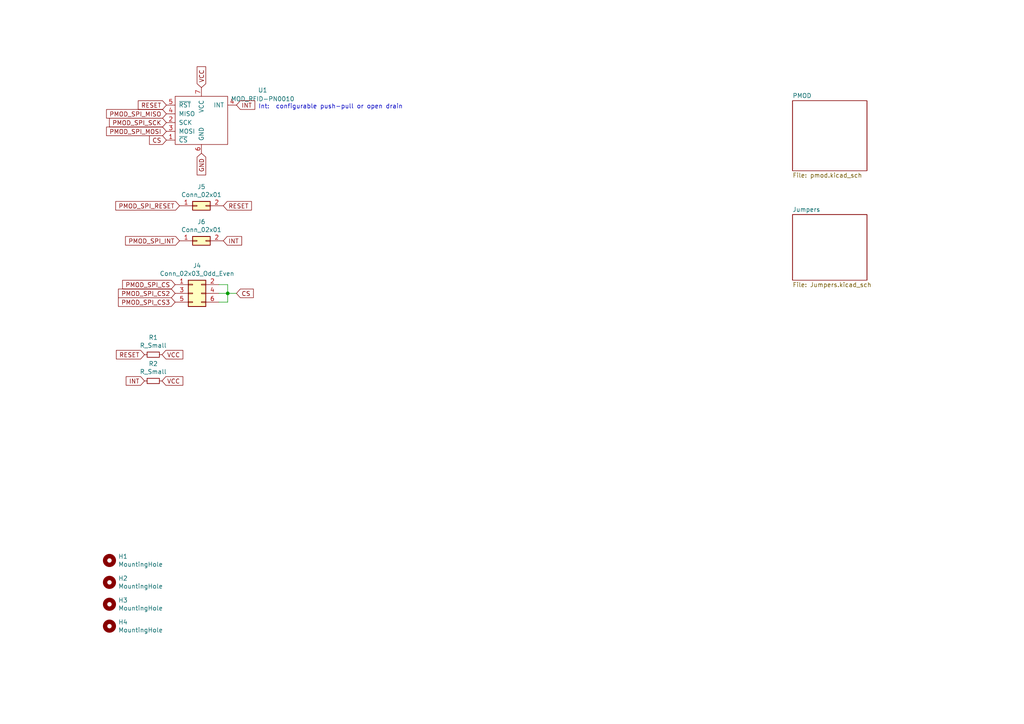
<source format=kicad_sch>
(kicad_sch (version 20211123) (generator eeschema)
  (paper "A4")
  (lib_symbols
    (symbol "AvS_Modules:MOD_RFID-PN0010" (pin_names (offset 1.016))
      (property "Reference" "U" (at -6.35 -8.89 0))
      (property "Value" "MOD_RFID-PN0010" (at 10.16 -8.89 0))
      (symbol "MOD_RFID-PN0010_1_1"
        (rectangle (start -7.62 6.35) (end 7.62 -7.62))
        (pin input line (at -10.16 -6.35 0) (length 2.54) (name "~{CS}") (number "1"))
        (pin input line (at -10.16 -1.27 0) (length 2.54) (name "SCK") (number "2"))
        (pin input line (at -10.16 -3.81 0) (length 2.54) (name "MOSI") (number "3"))
        (pin output line (at 10.16 3.81 180) (length 2.54) (name "INT") (number "4"))
        (pin output line (at -10.16 1.27 0) (length 2.54) (name "MISO") (number "4"))
        (pin input line (at -10.16 3.81 0) (length 2.54) (name "~{RST}") (number "5"))
        (pin power_in line (at 0 -10.16 90) (length 2.54) (name "GND") (number "6"))
        (pin power_in line (at 0 8.89 270) (length 2.54) (name "VCC") (number "7"))
      )
    )
    (symbol "Connector_Generic:Conn_02x01" (pin_names (offset 1.016) hide)
      (property "Reference" "J" (at 1.27 2.54 0))
      (property "Value" "Conn_02x01" (at 1.27 -2.54 0))
      (symbol "Conn_02x01_1_1"
        (rectangle (start -1.27 0.127) (end 0 -0.127) (stroke (width 0.1524)))
        (rectangle (start -1.27 1.27) (end 3.81 -1.27) (stroke (width 0.254)) (fill (type background)))
        (rectangle (start 3.81 0.127) (end 2.54 -0.127) (stroke (width 0.1524)))
        (pin passive line (at -5.08 0 0) (length 3.81) (name "Pin_1") (number "1"))
        (pin passive line (at 7.62 0 180) (length 3.81) (name "Pin_2") (number "2"))
      )
    )
    (symbol "Connector_Generic:Conn_02x03_Odd_Even" (pin_names (offset 1.016) hide)
      (property "Reference" "J" (at 1.27 5.08 0))
      (property "Value" "Conn_02x03_Odd_Even" (at 1.27 -5.08 0))
      (symbol "Conn_02x03_Odd_Even_1_1"
        (rectangle (start -1.27 -2.413) (end 0 -2.667) (stroke (width 0.1524)))
        (rectangle (start -1.27 0.127) (end 0 -0.127) (stroke (width 0.1524)))
        (rectangle (start -1.27 2.667) (end 0 2.413) (stroke (width 0.1524)))
        (rectangle (start -1.27 3.81) (end 3.81 -3.81) (stroke (width 0.254)) (fill (type background)))
        (rectangle (start 3.81 -2.413) (end 2.54 -2.667) (stroke (width 0.1524)))
        (rectangle (start 3.81 0.127) (end 2.54 -0.127) (stroke (width 0.1524)))
        (rectangle (start 3.81 2.667) (end 2.54 2.413) (stroke (width 0.1524)))
        (pin passive line (at -5.08 2.54 0) (length 3.81) (name "Pin_1") (number "1"))
        (pin passive line (at 7.62 2.54 180) (length 3.81) (name "Pin_2") (number "2"))
        (pin passive line (at -5.08 0 0) (length 3.81) (name "Pin_3") (number "3"))
        (pin passive line (at 7.62 0 180) (length 3.81) (name "Pin_4") (number "4"))
        (pin passive line (at -5.08 -2.54 0) (length 3.81) (name "Pin_5") (number "5"))
        (pin passive line (at 7.62 -2.54 180) (length 3.81) (name "Pin_6") (number "6"))
      )
    )
    (symbol "Device:R_Small" (pin_numbers hide) (pin_names (offset 0.254) hide)
      (property "Reference" "R" (at 0.762 0.508 0))
      (property "Value" "R_Small" (at 0.762 -1.016 0))
      (symbol "R_Small_0_1"
        (rectangle (start -0.762 1.778) (end 0.762 -1.778) (stroke (width 0.2032)))
      )
      (symbol "R_Small_1_1"
        (pin passive line (at 0 2.54 270) (length 0.762) (name "~") (number "1"))
        (pin passive line (at 0 -2.54 90) (length 0.762) (name "~") (number "2"))
      )
    )
    (symbol "Mechanical:MountingHole" (pin_names (offset 1.016))
      (property "Reference" "H" (at 0 5.08 0))
      (property "Value" "MountingHole" (at 0 3.175 0))
      (symbol "MountingHole_0_1"
        (circle (center 0 0) (radius 1.27) (stroke (width 1.27)))
      )
    )
  )
  (junction (at 66.04 85.09))
  (wire (pts (xy 63.5 82.55) (xy 66.04 82.55)))
  (wire (pts (xy 63.5 87.63) (xy 66.04 87.63)))
  (wire (pts (xy 66.04 87.63) (xy 66.04 85.09)))
  (wire (pts (xy 66.04 85.09) (xy 68.58 85.09)))
  (wire (pts (xy 66.04 82.55) (xy 66.04 85.09)))
  (wire (pts (xy 66.04 85.09) (xy 63.5 85.09)))
  (text "Int:  configurable push-pull or open drain" (at 74.93 31.75 0) (effects (font (size 1.27 1.27)) (justify left bottom)))
  (global_label "PMOD_SPI_MOSI" (shape input) (at 48.26 38.1 180) (property "Intersheet-verwijzingen" "${INTERSHEET_REFS}" (effects hide)))
  (global_label "CS" (shape input) (at 68.58 85.09 0) (property "Intersheet-verwijzingen" "${INTERSHEET_REFS}" (effects hide)))
  (global_label "VCC" (shape input) (at 46.99 102.87 0) (property "Intersheet-verwijzingen" "${INTERSHEET_REFS}" (effects hide)))
  (global_label "VCC" (shape input) (at 46.99 110.49 0) (property "Intersheet-verwijzingen" "${INTERSHEET_REFS}" (effects hide)))
  (global_label "INT" (shape input) (at 41.91 110.49 180) (property "Intersheet-verwijzingen" "${INTERSHEET_REFS}" (effects hide)))
  (global_label "INT" (shape input) (at 68.58 30.48 0) (property "Intersheet-verwijzingen" "${INTERSHEET_REFS}" (effects hide)))
  (global_label "RESET" (shape input) (at 64.77 59.69 0) (property "Intersheet-verwijzingen" "${INTERSHEET_REFS}" (effects hide)))
  (global_label "PMOD_SPI_CS2" (shape input) (at 50.8 85.09 180) (property "Intersheet-verwijzingen" "${INTERSHEET_REFS}" (effects hide)))
  (global_label "CS" (shape input) (at 48.26 40.64 180) (property "Intersheet-verwijzingen" "${INTERSHEET_REFS}" (effects hide)))
  (global_label "PMOD_SPI_CS" (shape input) (at 50.8 82.55 180) (property "Intersheet-verwijzingen" "${INTERSHEET_REFS}" (effects hide)))
  (global_label "GND" (shape input) (at 58.42 44.45 270) (property "Intersheet-verwijzingen" "${INTERSHEET_REFS}" (effects hide)))
  (global_label "PMOD_SPI_CS3" (shape input) (at 50.8 87.63 180) (property "Intersheet-verwijzingen" "${INTERSHEET_REFS}" (effects hide)))
  (global_label "PMOD_SPI_MISO" (shape input) (at 48.26 33.02 180) (property "Intersheet-verwijzingen" "${INTERSHEET_REFS}" (effects hide)))
  (global_label "RESET" (shape input) (at 48.26 30.48 180) (property "Intersheet-verwijzingen" "${INTERSHEET_REFS}" (effects hide)))
  (global_label "INT" (shape input) (at 64.77 69.85 0) (property "Intersheet-verwijzingen" "${INTERSHEET_REFS}" (effects hide)))
  (global_label "PMOD_SPI_SCK" (shape input) (at 48.26 35.56 180) (property "Intersheet-verwijzingen" "${INTERSHEET_REFS}" (effects hide)))
  (global_label "VCC" (shape input) (at 58.42 25.4 90) (property "Intersheet-verwijzingen" "${INTERSHEET_REFS}" (effects hide)))
  (global_label "RESET" (shape input) (at 41.91 102.87 180) (property "Intersheet-verwijzingen" "${INTERSHEET_REFS}" (effects hide)))
  (global_label "PMOD_SPI_RESET" (shape input) (at 52.07 59.69 180) (property "Intersheet-verwijzingen" "${INTERSHEET_REFS}" (effects hide)))
  (global_label "PMOD_SPI_INT" (shape input) (at 52.07 69.85 180) (property "Intersheet-verwijzingen" "${INTERSHEET_REFS}" (effects hide)))
  (symbol (lib_id "Mechanical:MountingHole") (at 31.75 181.61 0) (unit 1)
    (property "Reference" "H4" (at 34.29 180.4416 0) (effects (justify left)))
    (property "Value" "MountingHole" (at 34.29 182.753 0) (effects (justify left)))
    (property "Footprint" "MountingHole:MountingHole_3.2mm_M3_Pad_Via" (effects hide))
  )
  (symbol (lib_id "Mechanical:MountingHole") (at 31.75 175.26 0) (unit 1)
    (property "Reference" "H3" (at 34.29 174.0916 0) (effects (justify left)))
    (property "Value" "MountingHole" (at 34.29 176.403 0) (effects (justify left)))
    (property "Footprint" "MountingHole:MountingHole_3.2mm_M3_Pad_Via" (effects hide))
  )
  (symbol (lib_id "Mechanical:MountingHole") (at 31.75 168.91 0) (unit 1)
    (property "Reference" "H2" (at 34.29 167.7416 0) (effects (justify left)))
    (property "Value" "MountingHole" (at 34.29 170.053 0) (effects (justify left)))
    (property "Footprint" "MountingHole:MountingHole_3.2mm_M3_Pad_Via" (effects hide))
  )
  (symbol (lib_id "Mechanical:MountingHole") (at 31.75 162.56 0) (unit 1)
    (property "Reference" "H1" (at 34.29 161.3916 0) (effects (justify left)))
    (property "Value" "MountingHole" (at 34.29 163.703 0) (effects (justify left)))
    (property "Footprint" "MountingHole:MountingHole_3.2mm_M3_Pad_Via" (effects hide))
  )
  (symbol (lib_id "Device:R_Small") (at 44.45 102.87 270) (unit 1)
    (property "Reference" "R1" (at 44.45 97.8916 90))
    (property "Value" "R_Small" (at 44.45 100.203 90))
    (property "Footprint" "Resistor_THT:R_Axial_DIN0207_L6.3mm_D2.5mm_P10.16mm_Horizontal" (effects hide))
  )
  (symbol (lib_id "Device:R_Small") (at 44.45 110.49 270) (unit 1)
    (property "Reference" "R2" (at 44.45 105.5116 90))
    (property "Value" "R_Small" (at 44.45 107.823 90))
    (property "Footprint" "Resistor_THT:R_Axial_DIN0207_L6.3mm_D2.5mm_P10.16mm_Horizontal" (effects hide))
  )
  (symbol (lib_id "AvS_Modules:MOD_RFID-PN0010") (at 58.42 34.29 0) (unit 1)
    (property "Reference" "U1" (at 76.2 26.1493 0))
    (property "Value" "MOD_RFID-PN0010" (at 76.2 28.6893 0))
    (property "Footprint" "AvS_Modules:MOD_RFID-PN0010_STRAIGHT_UP" (effects hide))
  )
  (symbol (lib_id "Connector_Generic:Conn_02x01") (at 57.15 59.69 0) (unit 1)
    (property "Reference" "J5" (at 58.42 54.1782 0))
    (property "Value" "Conn_02x01" (at 58.42 56.4896 0))
    (property "Footprint" "Connector_PinHeader_2.54mm:PinHeader_1x02_P2.54mm_Vertical" (effects hide))
  )
  (symbol (lib_id "Connector_Generic:Conn_02x03_Odd_Even") (at 55.88 85.09 0) (unit 1)
    (property "Reference" "J4" (at 57.15 77.0382 0))
    (property "Value" "Conn_02x03_Odd_Even" (at 57.15 79.3496 0))
    (property "Footprint" "Connector_PinHeader_2.54mm:PinHeader_2x03_P2.54mm_Vertical" (effects hide))
  )
  (symbol (lib_id "Connector_Generic:Conn_02x01") (at 57.15 69.85 0) (unit 1)
    (property "Reference" "J6" (at 58.42 64.3382 0))
    (property "Value" "Conn_02x01" (at 58.42 66.6496 0))
    (property "Footprint" "Connector_PinHeader_2.54mm:PinHeader_1x02_P2.54mm_Vertical" (effects hide))
  )
  (sheet (at 229.87 29.21) (size 21.59 20.32)
    (property "Sheet name" "PMOD" (at 229.87 28.4984 0) (effects (justify left bottom)))
    (property "Sheet file" "pmod.kicad_sch" (at 229.87 50.1146 0) (effects (justify left top)))
  )
  (sheet (at 229.87 62.23) (size 21.59 19.05)
    (property "Sheet name" "Jumpers" (at 229.87 61.5184 0) (effects (justify left bottom)))
    (property "Sheet file" "Jumpers.kicad_sch" (at 229.87 81.8646 0) (effects (justify left top)))
  )
)
</source>
